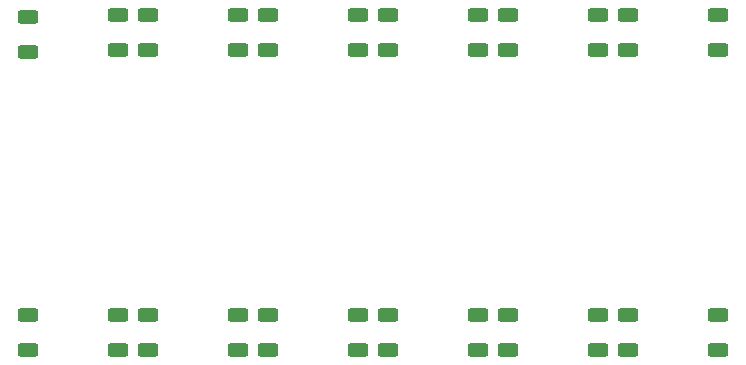
<source format=gbr>
%TF.GenerationSoftware,KiCad,Pcbnew,7.0.5*%
%TF.CreationDate,2024-09-25T18:33:36-04:00*%
%TF.ProjectId,stepper_motor_controller_3_for_cnc,73746570-7065-4725-9f6d-6f746f725f63,rev?*%
%TF.SameCoordinates,Original*%
%TF.FileFunction,Paste,Bot*%
%TF.FilePolarity,Positive*%
%FSLAX46Y46*%
G04 Gerber Fmt 4.6, Leading zero omitted, Abs format (unit mm)*
G04 Created by KiCad (PCBNEW 7.0.5) date 2024-09-25 18:33:36*
%MOMM*%
%LPD*%
G01*
G04 APERTURE LIST*
G04 Aperture macros list*
%AMRoundRect*
0 Rectangle with rounded corners*
0 $1 Rounding radius*
0 $2 $3 $4 $5 $6 $7 $8 $9 X,Y pos of 4 corners*
0 Add a 4 corners polygon primitive as box body*
4,1,4,$2,$3,$4,$5,$6,$7,$8,$9,$2,$3,0*
0 Add four circle primitives for the rounded corners*
1,1,$1+$1,$2,$3*
1,1,$1+$1,$4,$5*
1,1,$1+$1,$6,$7*
1,1,$1+$1,$8,$9*
0 Add four rect primitives between the rounded corners*
20,1,$1+$1,$2,$3,$4,$5,0*
20,1,$1+$1,$4,$5,$6,$7,0*
20,1,$1+$1,$6,$7,$8,$9,0*
20,1,$1+$1,$8,$9,$2,$3,0*%
G04 Aperture macros list end*
%ADD10RoundRect,0.250000X-0.625000X0.312500X-0.625000X-0.312500X0.625000X-0.312500X0.625000X0.312500X0*%
%ADD11RoundRect,0.250000X0.625000X-0.312500X0.625000X0.312500X-0.625000X0.312500X-0.625000X-0.312500X0*%
G04 APERTURE END LIST*
D10*
%TO.C,R70*%
X64833800Y4692500D03*
X64833800Y1767500D03*
%TD*%
D11*
%TO.C,R55*%
X44513800Y27167500D03*
X44513800Y30092500D03*
%TD*%
D10*
%TO.C,R12*%
X54673800Y4692500D03*
X54673800Y1767500D03*
%TD*%
%TO.C,R3*%
X82613800Y4692500D03*
X82613800Y1767500D03*
%TD*%
D11*
%TO.C,R6*%
X72453800Y27167500D03*
X72453800Y30092500D03*
%TD*%
%TO.C,R60*%
X31813800Y27167500D03*
X31813800Y30092500D03*
%TD*%
%TO.C,R57*%
X34353800Y27167500D03*
X34353800Y30092500D03*
%TD*%
%TO.C,R39*%
X74993800Y27167500D03*
X74993800Y30092500D03*
%TD*%
D10*
%TO.C,R72*%
X74993800Y4692500D03*
X74993800Y1767500D03*
%TD*%
%TO.C,R69*%
X72453800Y4692500D03*
X72453800Y1767500D03*
%TD*%
%TO.C,R46*%
X34353800Y4692500D03*
X34353800Y1767500D03*
%TD*%
D11*
%TO.C,R2*%
X82613800Y27167500D03*
X82613800Y30092500D03*
%TD*%
%TO.C,R47*%
X24193800Y26975000D03*
X24193800Y29900000D03*
%TD*%
D10*
%TO.C,R62*%
X24193800Y4692500D03*
X24193800Y1767500D03*
%TD*%
D11*
%TO.C,R54*%
X62293800Y27167500D03*
X62293800Y30092500D03*
%TD*%
D10*
%TO.C,R63*%
X41973800Y4692500D03*
X41973800Y1767500D03*
%TD*%
D11*
%TO.C,R44*%
X41973800Y27167500D03*
X41973800Y30092500D03*
%TD*%
%TO.C,R14*%
X52133800Y27167500D03*
X52133800Y30092500D03*
%TD*%
D10*
%TO.C,R49*%
X31813800Y4692500D03*
X31813800Y1767500D03*
%TD*%
%TO.C,R65*%
X52133800Y4692500D03*
X52133800Y1767500D03*
%TD*%
%TO.C,R66*%
X44513800Y4692500D03*
X44513800Y1767500D03*
%TD*%
D11*
%TO.C,R5*%
X64833800Y27167500D03*
X64833800Y30092500D03*
%TD*%
%TO.C,R9*%
X54673800Y27167500D03*
X54673800Y30092500D03*
%TD*%
D10*
%TO.C,R67*%
X62293800Y4692500D03*
X62293800Y1767500D03*
%TD*%
M02*

</source>
